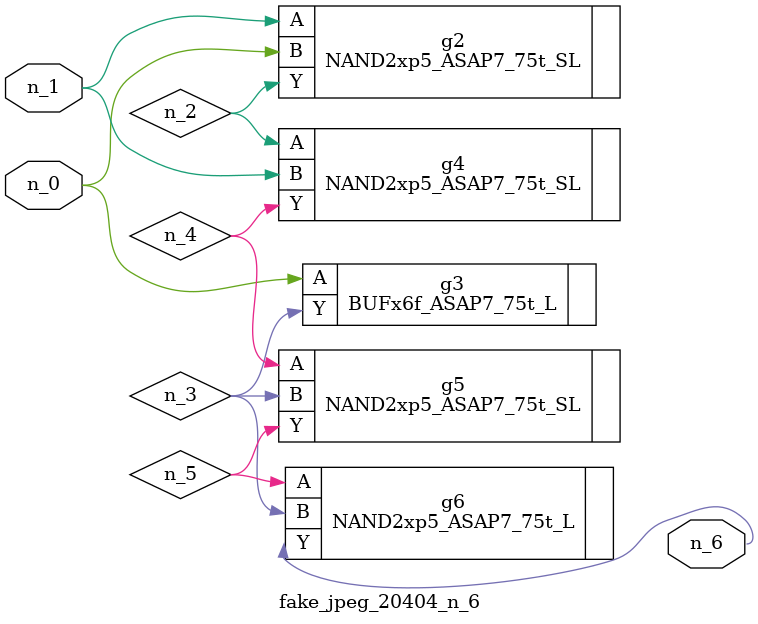
<source format=v>
module fake_jpeg_20404_n_6 (n_0, n_1, n_6);

input n_0;
input n_1;

output n_6;

wire n_3;
wire n_2;
wire n_4;
wire n_5;

NAND2xp5_ASAP7_75t_SL g2 ( 
.A(n_1),
.B(n_0),
.Y(n_2)
);

BUFx6f_ASAP7_75t_L g3 ( 
.A(n_0),
.Y(n_3)
);

NAND2xp5_ASAP7_75t_SL g4 ( 
.A(n_2),
.B(n_1),
.Y(n_4)
);

NAND2xp5_ASAP7_75t_SL g5 ( 
.A(n_4),
.B(n_3),
.Y(n_5)
);

NAND2xp5_ASAP7_75t_L g6 ( 
.A(n_5),
.B(n_3),
.Y(n_6)
);


endmodule
</source>
